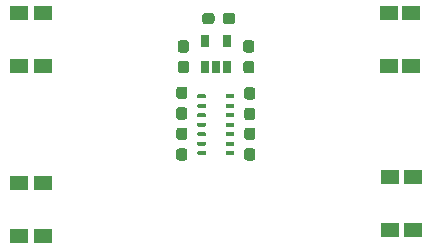
<source format=gbr>
G04 #@! TF.GenerationSoftware,KiCad,Pcbnew,(5.1.6-0-10_14)*
G04 #@! TF.CreationDate,2020-09-10T17:51:43+08:00*
G04 #@! TF.ProjectId,Watch_F4,57617463-685f-4463-942e-6b696361645f,rev?*
G04 #@! TF.SameCoordinates,Original*
G04 #@! TF.FileFunction,Paste,Bot*
G04 #@! TF.FilePolarity,Positive*
%FSLAX46Y46*%
G04 Gerber Fmt 4.6, Leading zero omitted, Abs format (unit mm)*
G04 Created by KiCad (PCBNEW (5.1.6-0-10_14)) date 2020-09-10 17:51:43*
%MOMM*%
%LPD*%
G01*
G04 APERTURE LIST*
%ADD10R,1.550000X1.300000*%
%ADD11R,0.650000X1.060000*%
G04 APERTURE END LIST*
G36*
G01*
X147885000Y-96772500D02*
X147885000Y-97247500D01*
G75*
G02*
X147647500Y-97485000I-237500J0D01*
G01*
X147072500Y-97485000D01*
G75*
G02*
X146835000Y-97247500I0J237500D01*
G01*
X146835000Y-96772500D01*
G75*
G02*
X147072500Y-96535000I237500J0D01*
G01*
X147647500Y-96535000D01*
G75*
G02*
X147885000Y-96772500I0J-237500D01*
G01*
G37*
G36*
G01*
X149635000Y-96772500D02*
X149635000Y-97247500D01*
G75*
G02*
X149397500Y-97485000I-237500J0D01*
G01*
X148822500Y-97485000D01*
G75*
G02*
X148585000Y-97247500I0J237500D01*
G01*
X148585000Y-96772500D01*
G75*
G02*
X148822500Y-96535000I237500J0D01*
G01*
X149397500Y-96535000D01*
G75*
G02*
X149635000Y-96772500I0J-237500D01*
G01*
G37*
D10*
X133330000Y-110950000D03*
X133330000Y-115450000D03*
X131370000Y-115450000D03*
X131370000Y-110950000D03*
X164508000Y-96550000D03*
X164508000Y-101050000D03*
X162690000Y-101050000D03*
X162690000Y-96550000D03*
X164700000Y-110400000D03*
X164700000Y-114900000D03*
X162740000Y-114900000D03*
X162740000Y-110400000D03*
X131370000Y-101050000D03*
X131370000Y-96550000D03*
X133330000Y-96550000D03*
X133330000Y-101050000D03*
D11*
X148970000Y-98895000D03*
X147070000Y-98895000D03*
X147070000Y-101095000D03*
X148020000Y-101095000D03*
X148970000Y-101095000D03*
G36*
G01*
X145012500Y-100595000D02*
X145487500Y-100595000D01*
G75*
G02*
X145725000Y-100832500I0J-237500D01*
G01*
X145725000Y-101407500D01*
G75*
G02*
X145487500Y-101645000I-237500J0D01*
G01*
X145012500Y-101645000D01*
G75*
G02*
X144775000Y-101407500I0J237500D01*
G01*
X144775000Y-100832500D01*
G75*
G02*
X145012500Y-100595000I237500J0D01*
G01*
G37*
G36*
G01*
X145012500Y-98845000D02*
X145487500Y-98845000D01*
G75*
G02*
X145725000Y-99082500I0J-237500D01*
G01*
X145725000Y-99657500D01*
G75*
G02*
X145487500Y-99895000I-237500J0D01*
G01*
X145012500Y-99895000D01*
G75*
G02*
X144775000Y-99657500I0J237500D01*
G01*
X144775000Y-99082500D01*
G75*
G02*
X145012500Y-98845000I237500J0D01*
G01*
G37*
G36*
G01*
X150552500Y-100595000D02*
X151027500Y-100595000D01*
G75*
G02*
X151265000Y-100832500I0J-237500D01*
G01*
X151265000Y-101407500D01*
G75*
G02*
X151027500Y-101645000I-237500J0D01*
G01*
X150552500Y-101645000D01*
G75*
G02*
X150315000Y-101407500I0J237500D01*
G01*
X150315000Y-100832500D01*
G75*
G02*
X150552500Y-100595000I237500J0D01*
G01*
G37*
G36*
G01*
X150552500Y-98845000D02*
X151027500Y-98845000D01*
G75*
G02*
X151265000Y-99082500I0J-237500D01*
G01*
X151265000Y-99657500D01*
G75*
G02*
X151027500Y-99895000I-237500J0D01*
G01*
X150552500Y-99895000D01*
G75*
G02*
X150315000Y-99657500I0J237500D01*
G01*
X150315000Y-99082500D01*
G75*
G02*
X150552500Y-98845000I237500J0D01*
G01*
G37*
G36*
G01*
X145347500Y-103825000D02*
X144872500Y-103825000D01*
G75*
G02*
X144635000Y-103587500I0J237500D01*
G01*
X144635000Y-103012500D01*
G75*
G02*
X144872500Y-102775000I237500J0D01*
G01*
X145347500Y-102775000D01*
G75*
G02*
X145585000Y-103012500I0J-237500D01*
G01*
X145585000Y-103587500D01*
G75*
G02*
X145347500Y-103825000I-237500J0D01*
G01*
G37*
G36*
G01*
X145347500Y-105575000D02*
X144872500Y-105575000D01*
G75*
G02*
X144635000Y-105337500I0J237500D01*
G01*
X144635000Y-104762500D01*
G75*
G02*
X144872500Y-104525000I237500J0D01*
G01*
X145347500Y-104525000D01*
G75*
G02*
X145585000Y-104762500I0J-237500D01*
G01*
X145585000Y-105337500D01*
G75*
G02*
X145347500Y-105575000I-237500J0D01*
G01*
G37*
G36*
G01*
X150632500Y-104570000D02*
X151107500Y-104570000D01*
G75*
G02*
X151345000Y-104807500I0J-237500D01*
G01*
X151345000Y-105382500D01*
G75*
G02*
X151107500Y-105620000I-237500J0D01*
G01*
X150632500Y-105620000D01*
G75*
G02*
X150395000Y-105382500I0J237500D01*
G01*
X150395000Y-104807500D01*
G75*
G02*
X150632500Y-104570000I237500J0D01*
G01*
G37*
G36*
G01*
X150632500Y-102820000D02*
X151107500Y-102820000D01*
G75*
G02*
X151345000Y-103057500I0J-237500D01*
G01*
X151345000Y-103632500D01*
G75*
G02*
X151107500Y-103870000I-237500J0D01*
G01*
X150632500Y-103870000D01*
G75*
G02*
X150395000Y-103632500I0J237500D01*
G01*
X150395000Y-103057500D01*
G75*
G02*
X150632500Y-102820000I237500J0D01*
G01*
G37*
G36*
G01*
X151107500Y-107290000D02*
X150632500Y-107290000D01*
G75*
G02*
X150395000Y-107052500I0J237500D01*
G01*
X150395000Y-106477500D01*
G75*
G02*
X150632500Y-106240000I237500J0D01*
G01*
X151107500Y-106240000D01*
G75*
G02*
X151345000Y-106477500I0J-237500D01*
G01*
X151345000Y-107052500D01*
G75*
G02*
X151107500Y-107290000I-237500J0D01*
G01*
G37*
G36*
G01*
X151107500Y-109040000D02*
X150632500Y-109040000D01*
G75*
G02*
X150395000Y-108802500I0J237500D01*
G01*
X150395000Y-108227500D01*
G75*
G02*
X150632500Y-107990000I237500J0D01*
G01*
X151107500Y-107990000D01*
G75*
G02*
X151345000Y-108227500I0J-237500D01*
G01*
X151345000Y-108802500D01*
G75*
G02*
X151107500Y-109040000I-237500J0D01*
G01*
G37*
G36*
G01*
X147175000Y-103512500D02*
X147175000Y-103687500D01*
G75*
G02*
X147087500Y-103775000I-87500J0D01*
G01*
X146512500Y-103775000D01*
G75*
G02*
X146425000Y-103687500I0J87500D01*
G01*
X146425000Y-103512500D01*
G75*
G02*
X146512500Y-103425000I87500J0D01*
G01*
X147087500Y-103425000D01*
G75*
G02*
X147175000Y-103512500I0J-87500D01*
G01*
G37*
G36*
G01*
X147175000Y-104312500D02*
X147175000Y-104487500D01*
G75*
G02*
X147087500Y-104575000I-87500J0D01*
G01*
X146512500Y-104575000D01*
G75*
G02*
X146425000Y-104487500I0J87500D01*
G01*
X146425000Y-104312500D01*
G75*
G02*
X146512500Y-104225000I87500J0D01*
G01*
X147087500Y-104225000D01*
G75*
G02*
X147175000Y-104312500I0J-87500D01*
G01*
G37*
G36*
G01*
X147175000Y-105112500D02*
X147175000Y-105287500D01*
G75*
G02*
X147087500Y-105375000I-87500J0D01*
G01*
X146512500Y-105375000D01*
G75*
G02*
X146425000Y-105287500I0J87500D01*
G01*
X146425000Y-105112500D01*
G75*
G02*
X146512500Y-105025000I87500J0D01*
G01*
X147087500Y-105025000D01*
G75*
G02*
X147175000Y-105112500I0J-87500D01*
G01*
G37*
G36*
G01*
X147175000Y-105912500D02*
X147175000Y-106087500D01*
G75*
G02*
X147087500Y-106175000I-87500J0D01*
G01*
X146512500Y-106175000D01*
G75*
G02*
X146425000Y-106087500I0J87500D01*
G01*
X146425000Y-105912500D01*
G75*
G02*
X146512500Y-105825000I87500J0D01*
G01*
X147087500Y-105825000D01*
G75*
G02*
X147175000Y-105912500I0J-87500D01*
G01*
G37*
G36*
G01*
X147175000Y-106712500D02*
X147175000Y-106887500D01*
G75*
G02*
X147087500Y-106975000I-87500J0D01*
G01*
X146512500Y-106975000D01*
G75*
G02*
X146425000Y-106887500I0J87500D01*
G01*
X146425000Y-106712500D01*
G75*
G02*
X146512500Y-106625000I87500J0D01*
G01*
X147087500Y-106625000D01*
G75*
G02*
X147175000Y-106712500I0J-87500D01*
G01*
G37*
G36*
G01*
X147175000Y-107512500D02*
X147175000Y-107687500D01*
G75*
G02*
X147087500Y-107775000I-87500J0D01*
G01*
X146512500Y-107775000D01*
G75*
G02*
X146425000Y-107687500I0J87500D01*
G01*
X146425000Y-107512500D01*
G75*
G02*
X146512500Y-107425000I87500J0D01*
G01*
X147087500Y-107425000D01*
G75*
G02*
X147175000Y-107512500I0J-87500D01*
G01*
G37*
G36*
G01*
X147175000Y-108312500D02*
X147175000Y-108487500D01*
G75*
G02*
X147087500Y-108575000I-87500J0D01*
G01*
X146512500Y-108575000D01*
G75*
G02*
X146425000Y-108487500I0J87500D01*
G01*
X146425000Y-108312500D01*
G75*
G02*
X146512500Y-108225000I87500J0D01*
G01*
X147087500Y-108225000D01*
G75*
G02*
X147175000Y-108312500I0J-87500D01*
G01*
G37*
G36*
G01*
X149575000Y-108312500D02*
X149575000Y-108487500D01*
G75*
G02*
X149487500Y-108575000I-87500J0D01*
G01*
X148912500Y-108575000D01*
G75*
G02*
X148825000Y-108487500I0J87500D01*
G01*
X148825000Y-108312500D01*
G75*
G02*
X148912500Y-108225000I87500J0D01*
G01*
X149487500Y-108225000D01*
G75*
G02*
X149575000Y-108312500I0J-87500D01*
G01*
G37*
G36*
G01*
X149575000Y-107512500D02*
X149575000Y-107687500D01*
G75*
G02*
X149487500Y-107775000I-87500J0D01*
G01*
X148912500Y-107775000D01*
G75*
G02*
X148825000Y-107687500I0J87500D01*
G01*
X148825000Y-107512500D01*
G75*
G02*
X148912500Y-107425000I87500J0D01*
G01*
X149487500Y-107425000D01*
G75*
G02*
X149575000Y-107512500I0J-87500D01*
G01*
G37*
G36*
G01*
X149575000Y-106712500D02*
X149575000Y-106887500D01*
G75*
G02*
X149487500Y-106975000I-87500J0D01*
G01*
X148912500Y-106975000D01*
G75*
G02*
X148825000Y-106887500I0J87500D01*
G01*
X148825000Y-106712500D01*
G75*
G02*
X148912500Y-106625000I87500J0D01*
G01*
X149487500Y-106625000D01*
G75*
G02*
X149575000Y-106712500I0J-87500D01*
G01*
G37*
G36*
G01*
X149575000Y-105912500D02*
X149575000Y-106087500D01*
G75*
G02*
X149487500Y-106175000I-87500J0D01*
G01*
X148912500Y-106175000D01*
G75*
G02*
X148825000Y-106087500I0J87500D01*
G01*
X148825000Y-105912500D01*
G75*
G02*
X148912500Y-105825000I87500J0D01*
G01*
X149487500Y-105825000D01*
G75*
G02*
X149575000Y-105912500I0J-87500D01*
G01*
G37*
G36*
G01*
X149575000Y-105112500D02*
X149575000Y-105287500D01*
G75*
G02*
X149487500Y-105375000I-87500J0D01*
G01*
X148912500Y-105375000D01*
G75*
G02*
X148825000Y-105287500I0J87500D01*
G01*
X148825000Y-105112500D01*
G75*
G02*
X148912500Y-105025000I87500J0D01*
G01*
X149487500Y-105025000D01*
G75*
G02*
X149575000Y-105112500I0J-87500D01*
G01*
G37*
G36*
G01*
X149575000Y-104312500D02*
X149575000Y-104487500D01*
G75*
G02*
X149487500Y-104575000I-87500J0D01*
G01*
X148912500Y-104575000D01*
G75*
G02*
X148825000Y-104487500I0J87500D01*
G01*
X148825000Y-104312500D01*
G75*
G02*
X148912500Y-104225000I87500J0D01*
G01*
X149487500Y-104225000D01*
G75*
G02*
X149575000Y-104312500I0J-87500D01*
G01*
G37*
G36*
G01*
X149575000Y-103512500D02*
X149575000Y-103687500D01*
G75*
G02*
X149487500Y-103775000I-87500J0D01*
G01*
X148912500Y-103775000D01*
G75*
G02*
X148825000Y-103687500I0J87500D01*
G01*
X148825000Y-103512500D01*
G75*
G02*
X148912500Y-103425000I87500J0D01*
G01*
X149487500Y-103425000D01*
G75*
G02*
X149575000Y-103512500I0J-87500D01*
G01*
G37*
G36*
G01*
X145357500Y-107295000D02*
X144882500Y-107295000D01*
G75*
G02*
X144645000Y-107057500I0J237500D01*
G01*
X144645000Y-106482500D01*
G75*
G02*
X144882500Y-106245000I237500J0D01*
G01*
X145357500Y-106245000D01*
G75*
G02*
X145595000Y-106482500I0J-237500D01*
G01*
X145595000Y-107057500D01*
G75*
G02*
X145357500Y-107295000I-237500J0D01*
G01*
G37*
G36*
G01*
X145357500Y-109045000D02*
X144882500Y-109045000D01*
G75*
G02*
X144645000Y-108807500I0J237500D01*
G01*
X144645000Y-108232500D01*
G75*
G02*
X144882500Y-107995000I237500J0D01*
G01*
X145357500Y-107995000D01*
G75*
G02*
X145595000Y-108232500I0J-237500D01*
G01*
X145595000Y-108807500D01*
G75*
G02*
X145357500Y-109045000I-237500J0D01*
G01*
G37*
M02*

</source>
